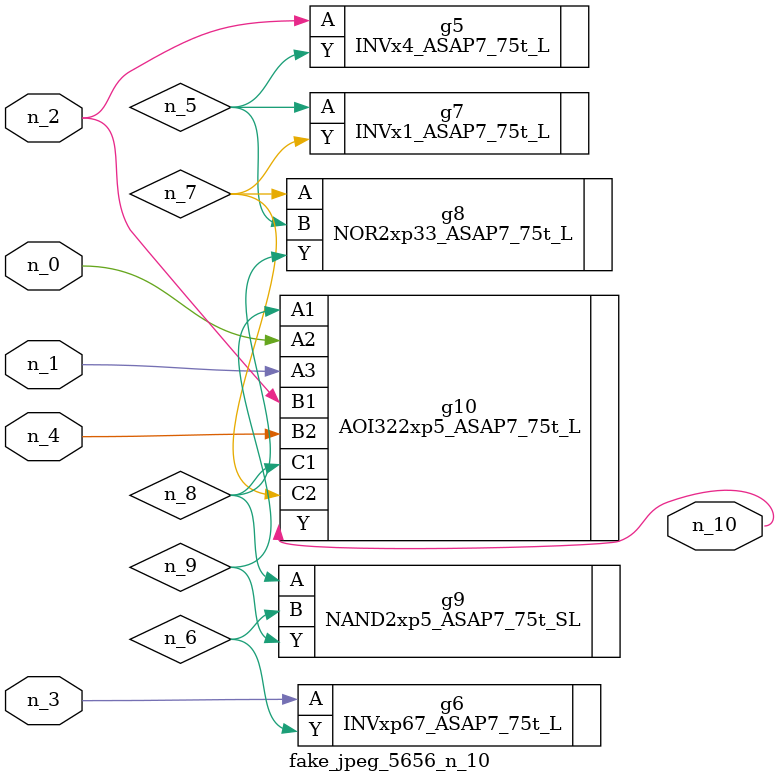
<source format=v>
module fake_jpeg_5656_n_10 (n_3, n_2, n_1, n_0, n_4, n_10);

input n_3;
input n_2;
input n_1;
input n_0;
input n_4;

output n_10;

wire n_8;
wire n_9;
wire n_6;
wire n_5;
wire n_7;

INVx4_ASAP7_75t_L g5 ( 
.A(n_2),
.Y(n_5)
);

INVxp67_ASAP7_75t_L g6 ( 
.A(n_3),
.Y(n_6)
);

INVx1_ASAP7_75t_L g7 ( 
.A(n_5),
.Y(n_7)
);

NOR2xp33_ASAP7_75t_L g8 ( 
.A(n_7),
.B(n_5),
.Y(n_8)
);

NAND2xp5_ASAP7_75t_SL g9 ( 
.A(n_8),
.B(n_6),
.Y(n_9)
);

AOI322xp5_ASAP7_75t_L g10 ( 
.A1(n_9),
.A2(n_0),
.A3(n_1),
.B1(n_2),
.B2(n_4),
.C1(n_8),
.C2(n_7),
.Y(n_10)
);


endmodule
</source>
